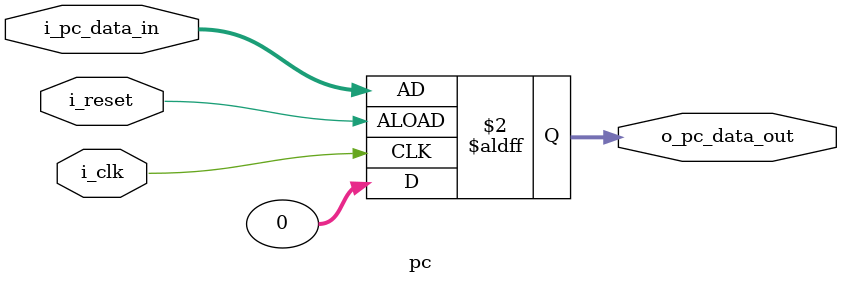
<source format=sv>
module pc (
  input logic i_clk,
  input logic i_reset,
  input logic [31:0] i_pc_data_in,
  output logic [31:0] o_pc_data_out);
  always_ff @(posedge i_clk or negedge i_reset) begin
    if (i_reset)
      o_pc_data_out <= 0;
    else 
      o_pc_data_out <= i_pc_data_in;
  end
endmodule
</source>
